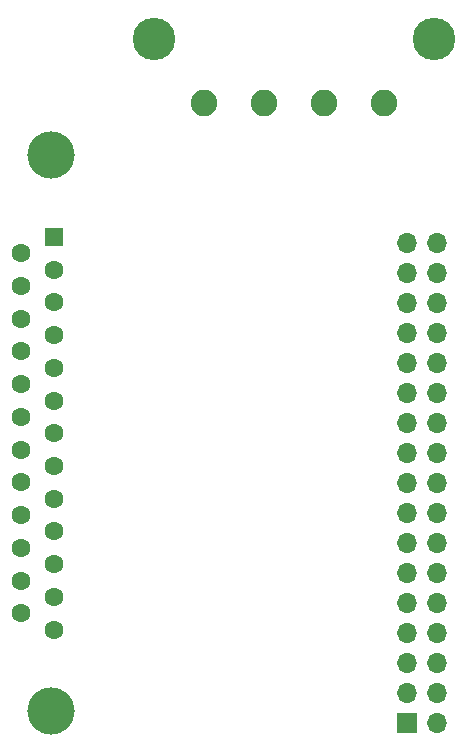
<source format=gbr>
%TF.GenerationSoftware,KiCad,Pcbnew,7.0.5-0*%
%TF.CreationDate,2023-05-28T00:51:51-07:00*%
%TF.ProjectId,gw-adapters,67772d61-6461-4707-9465-72732e6b6963,rev?*%
%TF.SameCoordinates,Original*%
%TF.FileFunction,Soldermask,Top*%
%TF.FilePolarity,Negative*%
%FSLAX46Y46*%
G04 Gerber Fmt 4.6, Leading zero omitted, Abs format (unit mm)*
G04 Created by KiCad (PCBNEW 7.0.5-0) date 2023-05-28 00:51:51*
%MOMM*%
%LPD*%
G01*
G04 APERTURE LIST*
%ADD10C,4.000000*%
%ADD11R,1.600000X1.600000*%
%ADD12C,1.600000*%
%ADD13R,1.700000X1.700000*%
%ADD14O,1.700000X1.700000*%
%ADD15C,2.250000*%
%ADD16C,3.600000*%
G04 APERTURE END LIST*
D10*
%TO.C,J3*%
X129286000Y-117113000D03*
X129286000Y-70013000D03*
D11*
X129586000Y-76943000D03*
D12*
X129586000Y-79713000D03*
X129586000Y-82483000D03*
X129586000Y-85253000D03*
X129586000Y-88023000D03*
X129586000Y-90793000D03*
X129586000Y-93563000D03*
X129586000Y-96333000D03*
X129586000Y-99103000D03*
X129586000Y-101873000D03*
X129586000Y-104643000D03*
X129586000Y-107413000D03*
X129586000Y-110183000D03*
X126746000Y-78328000D03*
X126746000Y-81098000D03*
X126746000Y-83868000D03*
X126746000Y-86638000D03*
X126746000Y-89408000D03*
X126746000Y-92178000D03*
X126746000Y-94948000D03*
X126746000Y-97718000D03*
X126746000Y-100488000D03*
X126746000Y-103258000D03*
X126746000Y-106028000D03*
X126746000Y-108798000D03*
%TD*%
D13*
%TO.C,J1*%
X159475000Y-118110000D03*
D14*
X162015000Y-118110000D03*
X159475000Y-115570000D03*
X162015000Y-115570000D03*
X159475000Y-113030000D03*
X162015000Y-113030000D03*
X159475000Y-110490000D03*
X162015000Y-110490000D03*
X159475000Y-107950000D03*
X162015000Y-107950000D03*
X159475000Y-105410000D03*
X162015000Y-105410000D03*
X159475000Y-102870000D03*
X162015000Y-102870000D03*
X159475000Y-100330000D03*
X162015000Y-100330000D03*
X159475000Y-97790000D03*
X162015000Y-97790000D03*
X159475000Y-95250000D03*
X162015000Y-95250000D03*
X159475000Y-92710000D03*
X162015000Y-92710000D03*
X159475000Y-90170000D03*
X162015000Y-90170000D03*
X159475000Y-87630000D03*
X162015000Y-87630000D03*
X159475000Y-85090000D03*
X162015000Y-85090000D03*
X159475000Y-82550000D03*
X162015000Y-82550000D03*
X159475000Y-80010000D03*
X162015000Y-80010000D03*
X159475000Y-77470000D03*
X162015000Y-77470000D03*
%TD*%
D15*
%TO.C,J2*%
X157480000Y-65635000D03*
X152400000Y-65635000D03*
X147320000Y-65635000D03*
X142240000Y-65635000D03*
D16*
X138010000Y-60185000D03*
X161710000Y-60185000D03*
%TD*%
M02*

</source>
